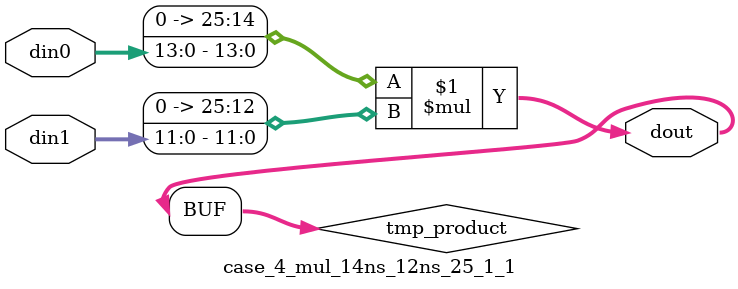
<source format=v>

`timescale 1 ns / 1 ps

 (* use_dsp = "no" *)  module case_4_mul_14ns_12ns_25_1_1(din0, din1, dout);
parameter ID = 1;
parameter NUM_STAGE = 0;
parameter din0_WIDTH = 14;
parameter din1_WIDTH = 12;
parameter dout_WIDTH = 26;

input [din0_WIDTH - 1 : 0] din0; 
input [din1_WIDTH - 1 : 0] din1; 
output [dout_WIDTH - 1 : 0] dout;

wire signed [dout_WIDTH - 1 : 0] tmp_product;
























assign tmp_product = $signed({1'b0, din0}) * $signed({1'b0, din1});











assign dout = tmp_product;





















endmodule

</source>
